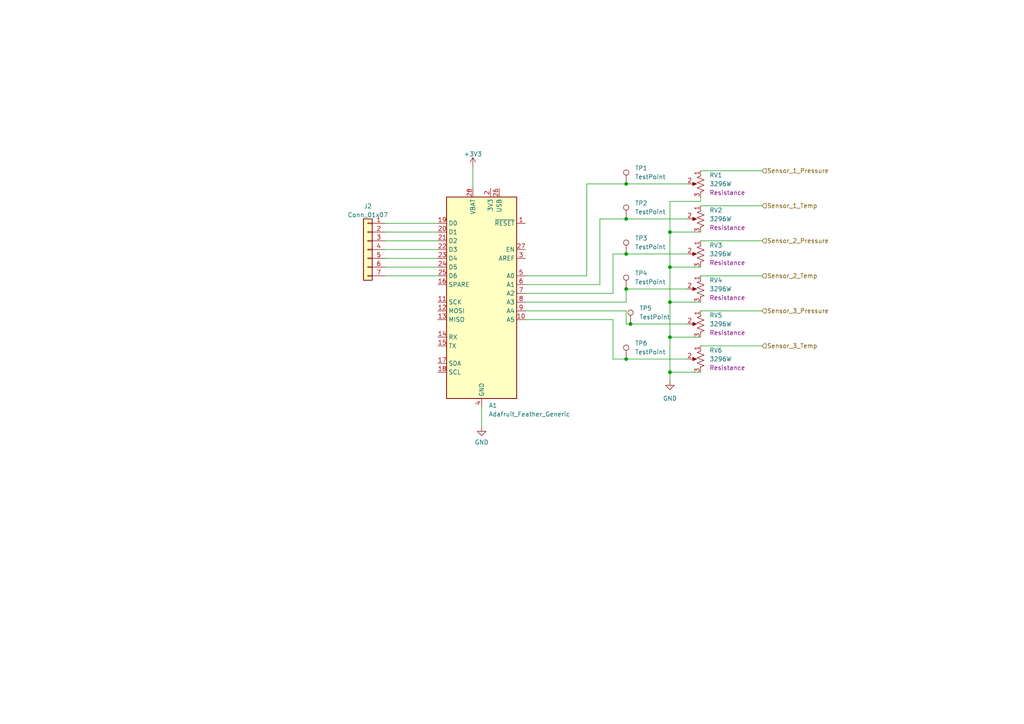
<source format=kicad_sch>
(kicad_sch (version 20211123) (generator eeschema)

  (uuid 4c9c7df5-66fe-4682-8ad6-086bd6fa2788)

  (paper "A4")

  (lib_symbols
    (symbol "Connector:TestPoint" (pin_numbers hide) (pin_names (offset 0.762) hide) (in_bom yes) (on_board yes)
      (property "Reference" "TP" (id 0) (at 0 6.858 0)
        (effects (font (size 1.27 1.27)))
      )
      (property "Value" "TestPoint" (id 1) (at 0 5.08 0)
        (effects (font (size 1.27 1.27)))
      )
      (property "Footprint" "" (id 2) (at 5.08 0 0)
        (effects (font (size 1.27 1.27)) hide)
      )
      (property "Datasheet" "~" (id 3) (at 5.08 0 0)
        (effects (font (size 1.27 1.27)) hide)
      )
      (property "ki_keywords" "test point tp" (id 4) (at 0 0 0)
        (effects (font (size 1.27 1.27)) hide)
      )
      (property "ki_description" "test point" (id 5) (at 0 0 0)
        (effects (font (size 1.27 1.27)) hide)
      )
      (property "ki_fp_filters" "Pin* Test*" (id 6) (at 0 0 0)
        (effects (font (size 1.27 1.27)) hide)
      )
      (symbol "TestPoint_0_1"
        (circle (center 0 3.302) (radius 0.762)
          (stroke (width 0) (type default) (color 0 0 0 0))
          (fill (type none))
        )
      )
      (symbol "TestPoint_1_1"
        (pin passive line (at 0 0 90) (length 2.54)
          (name "1" (effects (font (size 1.27 1.27))))
          (number "1" (effects (font (size 1.27 1.27))))
        )
      )
    )
    (symbol "Connector_Generic:Conn_01x07" (pin_names (offset 1.016) hide) (in_bom yes) (on_board yes)
      (property "Reference" "J" (id 0) (at 0 10.16 0)
        (effects (font (size 1.27 1.27)))
      )
      (property "Value" "Conn_01x07" (id 1) (at 0 -10.16 0)
        (effects (font (size 1.27 1.27)))
      )
      (property "Footprint" "" (id 2) (at 0 0 0)
        (effects (font (size 1.27 1.27)) hide)
      )
      (property "Datasheet" "~" (id 3) (at 0 0 0)
        (effects (font (size 1.27 1.27)) hide)
      )
      (property "ki_keywords" "connector" (id 4) (at 0 0 0)
        (effects (font (size 1.27 1.27)) hide)
      )
      (property "ki_description" "Generic connector, single row, 01x07, script generated (kicad-library-utils/schlib/autogen/connector/)" (id 5) (at 0 0 0)
        (effects (font (size 1.27 1.27)) hide)
      )
      (property "ki_fp_filters" "Connector*:*_1x??_*" (id 6) (at 0 0 0)
        (effects (font (size 1.27 1.27)) hide)
      )
      (symbol "Conn_01x07_1_1"
        (rectangle (start -1.27 -7.493) (end 0 -7.747)
          (stroke (width 0.1524) (type default) (color 0 0 0 0))
          (fill (type none))
        )
        (rectangle (start -1.27 -4.953) (end 0 -5.207)
          (stroke (width 0.1524) (type default) (color 0 0 0 0))
          (fill (type none))
        )
        (rectangle (start -1.27 -2.413) (end 0 -2.667)
          (stroke (width 0.1524) (type default) (color 0 0 0 0))
          (fill (type none))
        )
        (rectangle (start -1.27 0.127) (end 0 -0.127)
          (stroke (width 0.1524) (type default) (color 0 0 0 0))
          (fill (type none))
        )
        (rectangle (start -1.27 2.667) (end 0 2.413)
          (stroke (width 0.1524) (type default) (color 0 0 0 0))
          (fill (type none))
        )
        (rectangle (start -1.27 5.207) (end 0 4.953)
          (stroke (width 0.1524) (type default) (color 0 0 0 0))
          (fill (type none))
        )
        (rectangle (start -1.27 7.747) (end 0 7.493)
          (stroke (width 0.1524) (type default) (color 0 0 0 0))
          (fill (type none))
        )
        (rectangle (start -1.27 8.89) (end 1.27 -8.89)
          (stroke (width 0.254) (type default) (color 0 0 0 0))
          (fill (type background))
        )
        (pin passive line (at -5.08 7.62 0) (length 3.81)
          (name "Pin_1" (effects (font (size 1.27 1.27))))
          (number "1" (effects (font (size 1.27 1.27))))
        )
        (pin passive line (at -5.08 5.08 0) (length 3.81)
          (name "Pin_2" (effects (font (size 1.27 1.27))))
          (number "2" (effects (font (size 1.27 1.27))))
        )
        (pin passive line (at -5.08 2.54 0) (length 3.81)
          (name "Pin_3" (effects (font (size 1.27 1.27))))
          (number "3" (effects (font (size 1.27 1.27))))
        )
        (pin passive line (at -5.08 0 0) (length 3.81)
          (name "Pin_4" (effects (font (size 1.27 1.27))))
          (number "4" (effects (font (size 1.27 1.27))))
        )
        (pin passive line (at -5.08 -2.54 0) (length 3.81)
          (name "Pin_5" (effects (font (size 1.27 1.27))))
          (number "5" (effects (font (size 1.27 1.27))))
        )
        (pin passive line (at -5.08 -5.08 0) (length 3.81)
          (name "Pin_6" (effects (font (size 1.27 1.27))))
          (number "6" (effects (font (size 1.27 1.27))))
        )
        (pin passive line (at -5.08 -7.62 0) (length 3.81)
          (name "Pin_7" (effects (font (size 1.27 1.27))))
          (number "7" (effects (font (size 1.27 1.27))))
        )
      )
    )
    (symbol "MCU_Module:Adafruit_Feather_Generic" (in_bom yes) (on_board yes)
      (property "Reference" "A" (id 0) (at -10.16 29.21 0)
        (effects (font (size 1.27 1.27)) (justify left))
      )
      (property "Value" "Adafruit_Feather_Generic" (id 1) (at 2.54 -31.75 0)
        (effects (font (size 1.27 1.27)) (justify left))
      )
      (property "Footprint" "Module:Adafruit_Feather" (id 2) (at 2.54 -34.29 0)
        (effects (font (size 1.27 1.27)) (justify left) hide)
      )
      (property "Datasheet" "https://cdn-learn.adafruit.com/downloads/pdf/adafruit-feather.pdf" (id 3) (at 0 -20.32 0)
        (effects (font (size 1.27 1.27)) hide)
      )
      (property "ki_keywords" "Adafruit feather microcontroller module" (id 4) (at 0 0 0)
        (effects (font (size 1.27 1.27)) hide)
      )
      (property "ki_description" "Microcontroller module in various flavor, generic symbol" (id 5) (at 0 0 0)
        (effects (font (size 1.27 1.27)) hide)
      )
      (property "ki_fp_filters" "Adafruit*Feather*" (id 6) (at 0 0 0)
        (effects (font (size 1.27 1.27)) hide)
      )
      (symbol "Adafruit_Feather_Generic_0_1"
        (rectangle (start -10.16 27.94) (end 10.16 -30.48)
          (stroke (width 0.254) (type default) (color 0 0 0 0))
          (fill (type background))
        )
      )
      (symbol "Adafruit_Feather_Generic_1_1"
        (pin input line (at 12.7 20.32 180) (length 2.54)
          (name "~{RESET}" (effects (font (size 1.27 1.27))))
          (number "1" (effects (font (size 1.27 1.27))))
        )
        (pin bidirectional line (at 12.7 -7.62 180) (length 2.54)
          (name "A5" (effects (font (size 1.27 1.27))))
          (number "10" (effects (font (size 1.27 1.27))))
        )
        (pin bidirectional line (at -12.7 -2.54 0) (length 2.54)
          (name "SCK" (effects (font (size 1.27 1.27))))
          (number "11" (effects (font (size 1.27 1.27))))
        )
        (pin bidirectional line (at -12.7 -5.08 0) (length 2.54)
          (name "MOSI" (effects (font (size 1.27 1.27))))
          (number "12" (effects (font (size 1.27 1.27))))
        )
        (pin bidirectional line (at -12.7 -7.62 0) (length 2.54)
          (name "MISO" (effects (font (size 1.27 1.27))))
          (number "13" (effects (font (size 1.27 1.27))))
        )
        (pin bidirectional line (at -12.7 -12.7 0) (length 2.54)
          (name "RX" (effects (font (size 1.27 1.27))))
          (number "14" (effects (font (size 1.27 1.27))))
        )
        (pin bidirectional line (at -12.7 -15.24 0) (length 2.54)
          (name "TX" (effects (font (size 1.27 1.27))))
          (number "15" (effects (font (size 1.27 1.27))))
        )
        (pin bidirectional line (at -12.7 2.54 0) (length 2.54)
          (name "SPARE" (effects (font (size 1.27 1.27))))
          (number "16" (effects (font (size 1.27 1.27))))
        )
        (pin bidirectional line (at -12.7 -20.32 0) (length 2.54)
          (name "SDA" (effects (font (size 1.27 1.27))))
          (number "17" (effects (font (size 1.27 1.27))))
        )
        (pin bidirectional line (at -12.7 -22.86 0) (length 2.54)
          (name "SCL" (effects (font (size 1.27 1.27))))
          (number "18" (effects (font (size 1.27 1.27))))
        )
        (pin bidirectional line (at -12.7 20.32 0) (length 2.54)
          (name "D0" (effects (font (size 1.27 1.27))))
          (number "19" (effects (font (size 1.27 1.27))))
        )
        (pin power_in line (at 2.54 30.48 270) (length 2.54)
          (name "3V3" (effects (font (size 1.27 1.27))))
          (number "2" (effects (font (size 1.27 1.27))))
        )
        (pin bidirectional line (at -12.7 17.78 0) (length 2.54)
          (name "D1" (effects (font (size 1.27 1.27))))
          (number "20" (effects (font (size 1.27 1.27))))
        )
        (pin bidirectional line (at -12.7 15.24 0) (length 2.54)
          (name "D2" (effects (font (size 1.27 1.27))))
          (number "21" (effects (font (size 1.27 1.27))))
        )
        (pin bidirectional line (at -12.7 12.7 0) (length 2.54)
          (name "D3" (effects (font (size 1.27 1.27))))
          (number "22" (effects (font (size 1.27 1.27))))
        )
        (pin bidirectional line (at -12.7 10.16 0) (length 2.54)
          (name "D4" (effects (font (size 1.27 1.27))))
          (number "23" (effects (font (size 1.27 1.27))))
        )
        (pin bidirectional line (at -12.7 7.62 0) (length 2.54)
          (name "D5" (effects (font (size 1.27 1.27))))
          (number "24" (effects (font (size 1.27 1.27))))
        )
        (pin bidirectional line (at -12.7 5.08 0) (length 2.54)
          (name "D6" (effects (font (size 1.27 1.27))))
          (number "25" (effects (font (size 1.27 1.27))))
        )
        (pin power_in line (at 5.08 30.48 270) (length 2.54)
          (name "USB" (effects (font (size 1.27 1.27))))
          (number "26" (effects (font (size 1.27 1.27))))
        )
        (pin input line (at 12.7 12.7 180) (length 2.54)
          (name "EN" (effects (font (size 1.27 1.27))))
          (number "27" (effects (font (size 1.27 1.27))))
        )
        (pin power_in line (at -2.54 30.48 270) (length 2.54)
          (name "VBAT" (effects (font (size 1.27 1.27))))
          (number "28" (effects (font (size 1.27 1.27))))
        )
        (pin input line (at 12.7 10.16 180) (length 2.54)
          (name "AREF" (effects (font (size 1.27 1.27))))
          (number "3" (effects (font (size 1.27 1.27))))
        )
        (pin power_in line (at 0 -33.02 90) (length 2.54)
          (name "GND" (effects (font (size 1.27 1.27))))
          (number "4" (effects (font (size 1.27 1.27))))
        )
        (pin bidirectional line (at 12.7 5.08 180) (length 2.54)
          (name "A0" (effects (font (size 1.27 1.27))))
          (number "5" (effects (font (size 1.27 1.27))))
        )
        (pin bidirectional line (at 12.7 2.54 180) (length 2.54)
          (name "A1" (effects (font (size 1.27 1.27))))
          (number "6" (effects (font (size 1.27 1.27))))
        )
        (pin bidirectional line (at 12.7 0 180) (length 2.54)
          (name "A2" (effects (font (size 1.27 1.27))))
          (number "7" (effects (font (size 1.27 1.27))))
        )
        (pin bidirectional line (at 12.7 -2.54 180) (length 2.54)
          (name "A3" (effects (font (size 1.27 1.27))))
          (number "8" (effects (font (size 1.27 1.27))))
        )
        (pin bidirectional line (at 12.7 -5.08 180) (length 2.54)
          (name "A4" (effects (font (size 1.27 1.27))))
          (number "9" (effects (font (size 1.27 1.27))))
        )
      )
    )
    (symbol "UniSA_Motorsport_Resistor:3296W" (pin_names (offset 1.016) hide) (in_bom yes) (on_board yes)
      (property "Reference" "RV" (id 0) (at -4.445 0 90)
        (effects (font (size 1.27 1.27)))
      )
      (property "Value" "3296W" (id 1) (at -2.54 0 90)
        (effects (font (size 1.27 1.27)))
      )
      (property "Footprint" "UniSA_Motorsport_Resistor:Potentiometer_Bourns_3296W_Vertical" (id 2) (at 0 0 0)
        (effects (font (size 1.27 1.27)) hide)
      )
      (property "Datasheet" "https://au.mouser.com/datasheet/2/54/3296-776415.pdf" (id 3) (at 0 0 0)
        (effects (font (size 1.27 1.27)) hide)
      )
      (property "Component" "3296W-1-103ALF" (id 4) (at 0 0 0)
        (effects (font (size 1.27 1.27)) hide)
      )
      (property "Resistance" "Resistance" (id 5) (at 6.35 0 90)
        (effects (font (size 1.27 1.27)))
      )
      (property "ki_keywords" "resistor variable" (id 6) (at 0 0 0)
        (effects (font (size 1.27 1.27)) hide)
      )
      (property "ki_description" "Potentiometer" (id 7) (at 0 0 0)
        (effects (font (size 1.27 1.27)) hide)
      )
      (property "ki_fp_filters" "Potentiometer*" (id 8) (at 0 0 0)
        (effects (font (size 1.27 1.27)) hide)
      )
      (symbol "3296W_1_1"
        (polyline
          (pts
            (xy 0 -2.286)
            (xy 0 -2.54)
          )
          (stroke (width 0) (type default) (color 0 0 0 0))
          (fill (type none))
        )
        (polyline
          (pts
            (xy 0 2.54)
            (xy 0 2.286)
          )
          (stroke (width 0) (type default) (color 0 0 0 0))
          (fill (type none))
        )
        (polyline
          (pts
            (xy 2.54 0)
            (xy 1.524 0)
          )
          (stroke (width 0) (type default) (color 0 0 0 0))
          (fill (type none))
        )
        (polyline
          (pts
            (xy 1.143 0)
            (xy 2.286 0.508)
            (xy 2.286 -0.508)
            (xy 1.143 0)
          )
          (stroke (width 0) (type default) (color 0 0 0 0))
          (fill (type outline))
        )
        (polyline
          (pts
            (xy 0 -0.762)
            (xy 1.016 -1.143)
            (xy 0 -1.524)
            (xy -1.016 -1.905)
            (xy 0 -2.286)
          )
          (stroke (width 0) (type default) (color 0 0 0 0))
          (fill (type none))
        )
        (polyline
          (pts
            (xy 0 0.762)
            (xy 1.016 0.381)
            (xy 0 0)
            (xy -1.016 -0.381)
            (xy 0 -0.762)
          )
          (stroke (width 0) (type default) (color 0 0 0 0))
          (fill (type none))
        )
        (polyline
          (pts
            (xy 0 2.286)
            (xy 1.016 1.905)
            (xy 0 1.524)
            (xy -1.016 1.143)
            (xy 0 0.762)
          )
          (stroke (width 0) (type default) (color 0 0 0 0))
          (fill (type none))
        )
        (pin passive line (at 0 3.81 270) (length 1.27)
          (name "1" (effects (font (size 1.27 1.27))))
          (number "1" (effects (font (size 1.27 1.27))))
        )
        (pin passive line (at 3.81 0 180) (length 1.27)
          (name "2" (effects (font (size 1.27 1.27))))
          (number "2" (effects (font (size 1.27 1.27))))
        )
        (pin passive line (at 0 -3.81 90) (length 1.27)
          (name "3" (effects (font (size 1.27 1.27))))
          (number "3" (effects (font (size 1.27 1.27))))
        )
      )
    )
    (symbol "power:+3.3V" (power) (pin_names (offset 0)) (in_bom yes) (on_board yes)
      (property "Reference" "#PWR" (id 0) (at 0 -3.81 0)
        (effects (font (size 1.27 1.27)) hide)
      )
      (property "Value" "+3.3V" (id 1) (at 0 3.556 0)
        (effects (font (size 1.27 1.27)))
      )
      (property "Footprint" "" (id 2) (at 0 0 0)
        (effects (font (size 1.27 1.27)) hide)
      )
      (property "Datasheet" "" (id 3) (at 0 0 0)
        (effects (font (size 1.27 1.27)) hide)
      )
      (property "ki_keywords" "power-flag" (id 4) (at 0 0 0)
        (effects (font (size 1.27 1.27)) hide)
      )
      (property "ki_description" "Power symbol creates a global label with name \"+3.3V\"" (id 5) (at 0 0 0)
        (effects (font (size 1.27 1.27)) hide)
      )
      (symbol "+3.3V_0_1"
        (polyline
          (pts
            (xy -0.762 1.27)
            (xy 0 2.54)
          )
          (stroke (width 0) (type default) (color 0 0 0 0))
          (fill (type none))
        )
        (polyline
          (pts
            (xy 0 0)
            (xy 0 2.54)
          )
          (stroke (width 0) (type default) (color 0 0 0 0))
          (fill (type none))
        )
        (polyline
          (pts
            (xy 0 2.54)
            (xy 0.762 1.27)
          )
          (stroke (width 0) (type default) (color 0 0 0 0))
          (fill (type none))
        )
      )
      (symbol "+3.3V_1_1"
        (pin power_in line (at 0 0 90) (length 0) hide
          (name "+3V3" (effects (font (size 1.27 1.27))))
          (number "1" (effects (font (size 1.27 1.27))))
        )
      )
    )
    (symbol "power:GND" (power) (pin_names (offset 0)) (in_bom yes) (on_board yes)
      (property "Reference" "#PWR" (id 0) (at 0 -6.35 0)
        (effects (font (size 1.27 1.27)) hide)
      )
      (property "Value" "GND" (id 1) (at 0 -3.81 0)
        (effects (font (size 1.27 1.27)))
      )
      (property "Footprint" "" (id 2) (at 0 0 0)
        (effects (font (size 1.27 1.27)) hide)
      )
      (property "Datasheet" "" (id 3) (at 0 0 0)
        (effects (font (size 1.27 1.27)) hide)
      )
      (property "ki_keywords" "power-flag" (id 4) (at 0 0 0)
        (effects (font (size 1.27 1.27)) hide)
      )
      (property "ki_description" "Power symbol creates a global label with name \"GND\" , ground" (id 5) (at 0 0 0)
        (effects (font (size 1.27 1.27)) hide)
      )
      (symbol "GND_0_1"
        (polyline
          (pts
            (xy 0 0)
            (xy 0 -1.27)
            (xy 1.27 -1.27)
            (xy 0 -2.54)
            (xy -1.27 -1.27)
            (xy 0 -1.27)
          )
          (stroke (width 0) (type default) (color 0 0 0 0))
          (fill (type none))
        )
      )
      (symbol "GND_1_1"
        (pin power_in line (at 0 0 270) (length 0) hide
          (name "GND" (effects (font (size 1.27 1.27))))
          (number "1" (effects (font (size 1.27 1.27))))
        )
      )
    )
  )

  (junction (at 194.31 77.47) (diameter 0) (color 0 0 0 0)
    (uuid 2034d1b2-87b8-426b-bbb3-d5280fa13ba4)
  )
  (junction (at 181.61 63.5) (diameter 0) (color 0 0 0 0)
    (uuid 23ddbb25-f90e-44ad-991d-76afedfb7836)
  )
  (junction (at 181.61 73.66) (diameter 0) (color 0 0 0 0)
    (uuid 3626f6c8-e740-487b-8ae0-8a395bd07250)
  )
  (junction (at 181.61 53.34) (diameter 0) (color 0 0 0 0)
    (uuid 3ebeffea-ac4e-4444-b010-10ba85757ce1)
  )
  (junction (at 182.88 93.98) (diameter 0) (color 0 0 0 0)
    (uuid 5db4a77e-ec57-497d-8350-10d09714976a)
  )
  (junction (at 194.31 67.31) (diameter 0) (color 0 0 0 0)
    (uuid 5e135464-45e5-4e54-a598-845ff9e1d9b2)
  )
  (junction (at 181.61 83.82) (diameter 0) (color 0 0 0 0)
    (uuid 9224900c-53e9-4d93-820b-663947e6bb5a)
  )
  (junction (at 181.61 104.14) (diameter 0) (color 0 0 0 0)
    (uuid a90b29c6-ac05-4c85-b241-8394f5036991)
  )
  (junction (at 194.31 97.79) (diameter 0) (color 0 0 0 0)
    (uuid b98771f5-8c9a-4fe3-8854-d24478ab2b24)
  )
  (junction (at 194.31 107.95) (diameter 0) (color 0 0 0 0)
    (uuid c44eb287-6bd2-4bf9-85af-f67cc95d03f4)
  )
  (junction (at 194.31 87.63) (diameter 0) (color 0 0 0 0)
    (uuid fecfbd87-8203-48f1-892c-6692d7f10594)
  )

  (wire (pts (xy 177.8 104.14) (xy 177.8 92.71))
    (stroke (width 0) (type default) (color 0 0 0 0))
    (uuid 002a2fc7-cff5-42a4-8021-bbdc1195318a)
  )
  (wire (pts (xy 152.4 90.17) (xy 181.61 90.17))
    (stroke (width 0) (type default) (color 0 0 0 0))
    (uuid 12d133ef-717c-4bf5-ab54-f5e44d3595ac)
  )
  (wire (pts (xy 203.2 80.01) (xy 220.98 80.01))
    (stroke (width 0) (type default) (color 0 0 0 0))
    (uuid 1452583f-7ec5-4587-9e5c-c3e5ae6ab517)
  )
  (wire (pts (xy 181.61 63.5) (xy 173.99 63.5))
    (stroke (width 0) (type default) (color 0 0 0 0))
    (uuid 1809786c-bb1f-4256-882f-d6364e8981ee)
  )
  (wire (pts (xy 139.7 118.11) (xy 139.7 123.825))
    (stroke (width 0) (type default) (color 0 0 0 0))
    (uuid 1e2c6d89-2374-4de0-96a7-aa4724031915)
  )
  (wire (pts (xy 203.2 49.53) (xy 220.98 49.53))
    (stroke (width 0) (type default) (color 0 0 0 0))
    (uuid 202a0193-376b-412a-9a65-c53ff34e298c)
  )
  (wire (pts (xy 194.31 77.47) (xy 203.2 77.47))
    (stroke (width 0) (type default) (color 0 0 0 0))
    (uuid 24a3f3cf-c4d8-45ed-a086-e6270c60ae08)
  )
  (wire (pts (xy 203.2 69.85) (xy 220.98 69.85))
    (stroke (width 0) (type default) (color 0 0 0 0))
    (uuid 288a45c4-d39a-4384-9250-29cc2e1fe033)
  )
  (wire (pts (xy 194.31 87.63) (xy 194.31 97.79))
    (stroke (width 0) (type default) (color 0 0 0 0))
    (uuid 2c52d31b-758d-410d-b8c7-9a8b689d5d9c)
  )
  (wire (pts (xy 203.2 100.33) (xy 220.98 100.33))
    (stroke (width 0) (type default) (color 0 0 0 0))
    (uuid 3054ae7c-5626-40fe-a47a-ff93dbdcb923)
  )
  (wire (pts (xy 203.2 58.42) (xy 194.31 58.42))
    (stroke (width 0) (type default) (color 0 0 0 0))
    (uuid 30623cb5-7790-4064-ab82-e5fd2fa1aaeb)
  )
  (wire (pts (xy 199.39 104.14) (xy 181.61 104.14))
    (stroke (width 0) (type default) (color 0 0 0 0))
    (uuid 3cec5c4d-6818-4755-b9fc-eba38ce13e94)
  )
  (wire (pts (xy 199.39 63.5) (xy 181.61 63.5))
    (stroke (width 0) (type default) (color 0 0 0 0))
    (uuid 448fe7e1-b60d-450f-91e0-e7933e9457d0)
  )
  (wire (pts (xy 152.4 80.01) (xy 170.18 80.01))
    (stroke (width 0) (type default) (color 0 0 0 0))
    (uuid 4b3f883f-d80b-4406-8360-870a1db030ea)
  )
  (wire (pts (xy 177.8 92.71) (xy 152.4 92.71))
    (stroke (width 0) (type default) (color 0 0 0 0))
    (uuid 4b92bb23-bad5-4168-a313-02e578524da2)
  )
  (wire (pts (xy 111.76 67.31) (xy 127 67.31))
    (stroke (width 0) (type default) (color 0 0 0 0))
    (uuid 5a94d84d-441d-404b-b438-bc0c52abc8e8)
  )
  (wire (pts (xy 194.31 77.47) (xy 194.31 87.63))
    (stroke (width 0) (type default) (color 0 0 0 0))
    (uuid 64243627-d470-4fde-bd7a-dd33d8a19d87)
  )
  (wire (pts (xy 173.99 63.5) (xy 173.99 82.55))
    (stroke (width 0) (type default) (color 0 0 0 0))
    (uuid 69a8e328-9269-43a9-8517-a82513912904)
  )
  (wire (pts (xy 194.31 97.79) (xy 194.31 107.95))
    (stroke (width 0) (type default) (color 0 0 0 0))
    (uuid 6ccf6b42-08f8-4e37-ba8e-226429a83c7d)
  )
  (wire (pts (xy 182.88 93.98) (xy 199.39 93.98))
    (stroke (width 0) (type default) (color 0 0 0 0))
    (uuid 7333bd66-671b-4aba-9100-a025fb4e253a)
  )
  (wire (pts (xy 173.99 82.55) (xy 152.4 82.55))
    (stroke (width 0) (type default) (color 0 0 0 0))
    (uuid 7e7a2d68-5df5-428c-8959-ea1e8580361a)
  )
  (wire (pts (xy 181.61 83.82) (xy 181.61 87.63))
    (stroke (width 0) (type default) (color 0 0 0 0))
    (uuid 7f00e3c5-539f-4c0b-803e-9b447fe49814)
  )
  (wire (pts (xy 194.31 58.42) (xy 194.31 67.31))
    (stroke (width 0) (type default) (color 0 0 0 0))
    (uuid 87ae265e-c6a5-48e9-9e59-3fff7e929207)
  )
  (wire (pts (xy 137.16 48.26) (xy 137.16 54.61))
    (stroke (width 0) (type default) (color 0 0 0 0))
    (uuid 92b190e0-492d-49a2-be30-7f537925d0bb)
  )
  (wire (pts (xy 111.76 72.39) (xy 127 72.39))
    (stroke (width 0) (type default) (color 0 0 0 0))
    (uuid 94d40abe-1000-459f-ae82-65bcbeb3e3ce)
  )
  (wire (pts (xy 181.61 93.98) (xy 182.88 93.98))
    (stroke (width 0) (type default) (color 0 0 0 0))
    (uuid 977dd115-7fdc-4167-b733-d7be1ecab7fb)
  )
  (wire (pts (xy 111.76 64.77) (xy 127 64.77))
    (stroke (width 0) (type default) (color 0 0 0 0))
    (uuid 9bfc5b0d-0daa-4d53-80b8-253dc775ecd8)
  )
  (wire (pts (xy 152.4 85.09) (xy 177.8 85.09))
    (stroke (width 0) (type default) (color 0 0 0 0))
    (uuid 9c12bcd9-41d7-4f2f-8858-ac6ef410966b)
  )
  (wire (pts (xy 181.61 90.17) (xy 181.61 93.98))
    (stroke (width 0) (type default) (color 0 0 0 0))
    (uuid 9f9928bb-1357-40d2-835c-b66eb8e024cf)
  )
  (wire (pts (xy 170.18 80.01) (xy 170.18 53.34))
    (stroke (width 0) (type default) (color 0 0 0 0))
    (uuid 9fab184b-271b-4390-8cf4-0f026717fbf1)
  )
  (wire (pts (xy 194.31 107.95) (xy 203.2 107.95))
    (stroke (width 0) (type default) (color 0 0 0 0))
    (uuid 9ff5fe75-21ba-464a-8fed-daf3098f58e6)
  )
  (wire (pts (xy 111.76 77.47) (xy 127 77.47))
    (stroke (width 0) (type default) (color 0 0 0 0))
    (uuid a2e0f9df-58a4-4d5c-91a4-2846fd0cac30)
  )
  (wire (pts (xy 111.76 80.01) (xy 127 80.01))
    (stroke (width 0) (type default) (color 0 0 0 0))
    (uuid afd64036-650e-4e83-ad07-d8c1ba939790)
  )
  (wire (pts (xy 170.18 53.34) (xy 181.61 53.34))
    (stroke (width 0) (type default) (color 0 0 0 0))
    (uuid b00e57bb-0b46-415a-8438-bb230b211be6)
  )
  (wire (pts (xy 194.31 107.95) (xy 194.31 110.49))
    (stroke (width 0) (type default) (color 0 0 0 0))
    (uuid b01b5c84-ebee-4608-94dd-88a2cdbae90a)
  )
  (wire (pts (xy 177.8 85.09) (xy 177.8 73.66))
    (stroke (width 0) (type default) (color 0 0 0 0))
    (uuid b57265c1-06d0-484e-a8c7-f42703a7ab8b)
  )
  (wire (pts (xy 177.8 73.66) (xy 181.61 73.66))
    (stroke (width 0) (type default) (color 0 0 0 0))
    (uuid b5df6a0c-a338-4c79-ab06-a7e96f97ae17)
  )
  (wire (pts (xy 203.2 90.17) (xy 220.98 90.17))
    (stroke (width 0) (type default) (color 0 0 0 0))
    (uuid bd165068-0c2b-49db-8eb7-5da8c25ac833)
  )
  (wire (pts (xy 199.39 83.82) (xy 181.61 83.82))
    (stroke (width 0) (type default) (color 0 0 0 0))
    (uuid bd1e4913-9fae-4f5d-8bbe-daf952461bfb)
  )
  (wire (pts (xy 111.76 74.93) (xy 127 74.93))
    (stroke (width 0) (type default) (color 0 0 0 0))
    (uuid be53f90d-9f3e-4837-a2cc-a6d7ddd99615)
  )
  (wire (pts (xy 181.61 104.14) (xy 177.8 104.14))
    (stroke (width 0) (type default) (color 0 0 0 0))
    (uuid d35a65e8-04f2-4946-9718-824228b0ac7c)
  )
  (wire (pts (xy 181.61 87.63) (xy 152.4 87.63))
    (stroke (width 0) (type default) (color 0 0 0 0))
    (uuid d5d8901f-9f5e-4e2f-b05e-da481cf1d7be)
  )
  (wire (pts (xy 194.31 87.63) (xy 203.2 87.63))
    (stroke (width 0) (type default) (color 0 0 0 0))
    (uuid d7de8667-109a-40f7-a9f3-6f0fc23473b5)
  )
  (wire (pts (xy 203.2 59.69) (xy 220.98 59.69))
    (stroke (width 0) (type default) (color 0 0 0 0))
    (uuid d89c2dcc-e748-417f-b67e-352c9ca534b4)
  )
  (wire (pts (xy 111.76 69.85) (xy 127 69.85))
    (stroke (width 0) (type default) (color 0 0 0 0))
    (uuid e7518f46-4f9b-4624-aa3d-80547397aab0)
  )
  (wire (pts (xy 181.61 73.66) (xy 199.39 73.66))
    (stroke (width 0) (type default) (color 0 0 0 0))
    (uuid ebe0845c-b505-4c1b-b706-cb75257f3ca9)
  )
  (wire (pts (xy 194.31 97.79) (xy 203.2 97.79))
    (stroke (width 0) (type default) (color 0 0 0 0))
    (uuid f7569401-097f-4423-8a7f-ca4db9cc3c28)
  )
  (wire (pts (xy 194.31 67.31) (xy 203.2 67.31))
    (stroke (width 0) (type default) (color 0 0 0 0))
    (uuid f91e94d6-7ea4-48a0-be08-e94280b0a851)
  )
  (wire (pts (xy 181.61 53.34) (xy 199.39 53.34))
    (stroke (width 0) (type default) (color 0 0 0 0))
    (uuid f956d973-d0b0-436a-a6be-f13a7eff5ff2)
  )
  (wire (pts (xy 203.2 57.15) (xy 203.2 58.42))
    (stroke (width 0) (type default) (color 0 0 0 0))
    (uuid fe9fad42-b6ce-44c9-8b81-a977bf88953a)
  )
  (wire (pts (xy 194.31 67.31) (xy 194.31 77.47))
    (stroke (width 0) (type default) (color 0 0 0 0))
    (uuid ff4897dc-5951-4a9a-aa03-bc8c76cfe16d)
  )

  (hierarchical_label "Sensor_2_Temp" (shape input) (at 220.98 80.01 0)
    (effects (font (size 1.27 1.27)) (justify left))
    (uuid 226032d4-11a7-4200-8354-612110cf6aa1)
  )
  (hierarchical_label "Sensor_1_Temp" (shape input) (at 220.98 59.69 0)
    (effects (font (size 1.27 1.27)) (justify left))
    (uuid 36dce706-ab1b-42f7-a833-ebd0609aa40b)
  )
  (hierarchical_label "Sensor_2_Pressure" (shape input) (at 220.98 69.85 0)
    (effects (font (size 1.27 1.27)) (justify left))
    (uuid 6457d047-786d-4db3-aa0f-b42f9b1518c4)
  )
  (hierarchical_label "Sensor_3_Temp" (shape input) (at 220.98 100.33 0)
    (effects (font (size 1.27 1.27)) (justify left))
    (uuid bdca8a4e-d4de-416b-a81a-764b007da6dc)
  )
  (hierarchical_label "Sensor_1_Pressure" (shape input) (at 220.98 49.53 0)
    (effects (font (size 1.27 1.27)) (justify left))
    (uuid d27d6ace-fcb4-4770-8953-5fa310044aa9)
  )
  (hierarchical_label "Sensor_3_Pressure" (shape input) (at 220.98 90.17 0)
    (effects (font (size 1.27 1.27)) (justify left))
    (uuid e450f941-4e15-4496-ba15-786a5c08779e)
  )

  (symbol (lib_id "UniSA_Motorsport_Resistor:3296W") (at 203.2 83.82 0) (mirror y) (unit 1)
    (in_bom yes) (on_board yes) (fields_autoplaced)
    (uuid 0e7ddac4-03e6-4e9d-b08f-53b16ab61663)
    (property "Reference" "RV4" (id 0) (at 205.74 81.2799 0)
      (effects (font (size 1.27 1.27)) (justify right))
    )
    (property "Value" "3296W" (id 1) (at 205.74 83.8199 0)
      (effects (font (size 1.27 1.27)) (justify right))
    )
    (property "Footprint" "UniSA_Motorsport_Resistor:Potentiometer_Bourns_3296W_Vertical" (id 2) (at 203.2 83.82 0)
      (effects (font (size 1.27 1.27)) hide)
    )
    (property "Datasheet" "https://au.mouser.com/datasheet/2/54/3296-776415.pdf" (id 3) (at 203.2 83.82 0)
      (effects (font (size 1.27 1.27)) hide)
    )
    (property "Component" "3296W-1-103ALF" (id 4) (at 203.2 83.82 0)
      (effects (font (size 1.27 1.27)) hide)
    )
    (property "Resistance" "Resistance" (id 5) (at 205.74 86.3599 0)
      (effects (font (size 1.27 1.27)) (justify right))
    )
    (pin "1" (uuid b37cc908-57ce-4fa8-a111-fc0d9b1686d4))
    (pin "2" (uuid 7777a042-aed5-4d94-93a1-0e6b51d1bd79))
    (pin "3" (uuid 64f35790-a20d-440c-9c5a-bb84e50c7533))
  )

  (symbol (lib_id "Connector:TestPoint") (at 181.61 104.14 0) (unit 1)
    (in_bom yes) (on_board yes) (fields_autoplaced)
    (uuid 1ba91748-c2b6-4e2b-be90-3f3030369059)
    (property "Reference" "TP6" (id 0) (at 184.15 99.5679 0)
      (effects (font (size 1.27 1.27)) (justify left))
    )
    (property "Value" "TestPoint" (id 1) (at 184.15 102.1079 0)
      (effects (font (size 1.27 1.27)) (justify left))
    )
    (property "Footprint" "TestPoint:TestPoint_Loop_D2.50mm_Drill1.0mm" (id 2) (at 186.69 104.14 0)
      (effects (font (size 1.27 1.27)) hide)
    )
    (property "Datasheet" "~" (id 3) (at 186.69 104.14 0)
      (effects (font (size 1.27 1.27)) hide)
    )
    (pin "1" (uuid fc0a9125-4e08-412a-b2da-be854f90634b))
  )

  (symbol (lib_id "UniSA_Motorsport_Resistor:3296W") (at 203.2 53.34 0) (mirror y) (unit 1)
    (in_bom yes) (on_board yes) (fields_autoplaced)
    (uuid 2d35e9ab-6d79-4d51-a4ea-562c1757c4f1)
    (property "Reference" "RV1" (id 0) (at 205.74 50.7999 0)
      (effects (font (size 1.27 1.27)) (justify right))
    )
    (property "Value" "3296W" (id 1) (at 205.74 53.3399 0)
      (effects (font (size 1.27 1.27)) (justify right))
    )
    (property "Footprint" "UniSA_Motorsport_Resistor:Potentiometer_Bourns_3296W_Vertical" (id 2) (at 203.2 53.34 0)
      (effects (font (size 1.27 1.27)) hide)
    )
    (property "Datasheet" "https://au.mouser.com/datasheet/2/54/3296-776415.pdf" (id 3) (at 203.2 53.34 0)
      (effects (font (size 1.27 1.27)) hide)
    )
    (property "Component" "3296W-1-103ALF" (id 4) (at 203.2 53.34 0)
      (effects (font (size 1.27 1.27)) hide)
    )
    (property "Resistance" "Resistance" (id 5) (at 205.74 55.8799 0)
      (effects (font (size 1.27 1.27)) (justify right))
    )
    (pin "1" (uuid aee3f2c7-390b-4a6a-9df6-08b4483e5a58))
    (pin "2" (uuid 40449b64-7839-4c10-b745-cc230004f15b))
    (pin "3" (uuid 90a3c24c-3e49-4ba1-afc6-87654be85708))
  )

  (symbol (lib_id "Connector:TestPoint") (at 181.61 53.34 0) (unit 1)
    (in_bom yes) (on_board yes) (fields_autoplaced)
    (uuid 4c45a94c-e51f-4b25-a983-e8f8d1b2e06c)
    (property "Reference" "TP1" (id 0) (at 184.15 48.7679 0)
      (effects (font (size 1.27 1.27)) (justify left))
    )
    (property "Value" "TestPoint" (id 1) (at 184.15 51.3079 0)
      (effects (font (size 1.27 1.27)) (justify left))
    )
    (property "Footprint" "TestPoint:TestPoint_Loop_D2.50mm_Drill1.0mm" (id 2) (at 186.69 53.34 0)
      (effects (font (size 1.27 1.27)) hide)
    )
    (property "Datasheet" "~" (id 3) (at 186.69 53.34 0)
      (effects (font (size 1.27 1.27)) hide)
    )
    (pin "1" (uuid 85b70f3e-f8a5-4094-aa2b-32543a0be9f3))
  )

  (symbol (lib_id "UniSA_Motorsport_Resistor:3296W") (at 203.2 63.5 0) (mirror y) (unit 1)
    (in_bom yes) (on_board yes) (fields_autoplaced)
    (uuid 78772366-51e5-4a88-9d2f-a26d923f3747)
    (property "Reference" "RV2" (id 0) (at 205.74 60.9599 0)
      (effects (font (size 1.27 1.27)) (justify right))
    )
    (property "Value" "3296W" (id 1) (at 205.74 63.4999 0)
      (effects (font (size 1.27 1.27)) (justify right))
    )
    (property "Footprint" "UniSA_Motorsport_Resistor:Potentiometer_Bourns_3296W_Vertical" (id 2) (at 203.2 63.5 0)
      (effects (font (size 1.27 1.27)) hide)
    )
    (property "Datasheet" "https://au.mouser.com/datasheet/2/54/3296-776415.pdf" (id 3) (at 203.2 63.5 0)
      (effects (font (size 1.27 1.27)) hide)
    )
    (property "Component" "3296W-1-103ALF" (id 4) (at 203.2 63.5 0)
      (effects (font (size 1.27 1.27)) hide)
    )
    (property "Resistance" "Resistance" (id 5) (at 205.74 66.0399 0)
      (effects (font (size 1.27 1.27)) (justify right))
    )
    (pin "1" (uuid 423e0636-f7ac-49c9-93ce-3c6b5a0fd84c))
    (pin "2" (uuid 261e4750-2926-4d7e-a651-51666682124d))
    (pin "3" (uuid e2cd1923-223b-44bf-a3a7-399cea839680))
  )

  (symbol (lib_id "MCU_Module:Adafruit_Feather_Generic") (at 139.7 85.09 0) (unit 1)
    (in_bom yes) (on_board yes) (fields_autoplaced)
    (uuid 7eb44b2c-7b21-4366-ad16-e9ac64b6e529)
    (property "Reference" "A1" (id 0) (at 141.7194 117.6004 0)
      (effects (font (size 1.27 1.27)) (justify left))
    )
    (property "Value" "Adafruit_Feather_Generic" (id 1) (at 141.7194 120.1373 0)
      (effects (font (size 1.27 1.27)) (justify left))
    )
    (property "Footprint" "Module:Adafruit_Feather" (id 2) (at 142.24 119.38 0)
      (effects (font (size 1.27 1.27)) (justify left) hide)
    )
    (property "Datasheet" "https://cdn-learn.adafruit.com/downloads/pdf/adafruit-feather.pdf" (id 3) (at 139.7 105.41 0)
      (effects (font (size 1.27 1.27)) hide)
    )
    (pin "1" (uuid 95637e94-e092-4362-8661-1cd75be3312f))
    (pin "10" (uuid 390d6946-531b-45bb-94de-62a9e7bdd74a))
    (pin "11" (uuid 617e1d17-034b-4928-9339-2ea196334bb6))
    (pin "12" (uuid 6ce3afee-3322-4cfc-9829-723147b0172d))
    (pin "13" (uuid 6c1de7ed-a81c-4c3a-a7c4-be72a9445a8e))
    (pin "14" (uuid fbe94f85-ea49-424b-b63c-64f9f8eb645c))
    (pin "15" (uuid d365489b-a12e-4b41-9b21-3eb8fccd8608))
    (pin "16" (uuid 5853b38a-2e89-4e42-9f73-a33fe4e7cbb1))
    (pin "17" (uuid 29b42d00-3e10-4293-8bb3-734ef456420f))
    (pin "18" (uuid 223c3b35-d343-4151-907f-1b9e516aa692))
    (pin "19" (uuid 6d0dbb33-d602-467a-98d7-790ea1975254))
    (pin "2" (uuid 1ad94801-83da-4708-a00e-8ec937c14e4e))
    (pin "20" (uuid 930ce4ec-4875-40ba-9f56-f0f973f7b39b))
    (pin "21" (uuid b0bcfef4-b206-452e-922a-e4174969def9))
    (pin "22" (uuid 9cab1247-3fb7-4d26-83c2-ce4e7bf84270))
    (pin "23" (uuid 14e867a8-f744-4b48-b613-80af0c321c17))
    (pin "24" (uuid aced7f34-f150-43c9-a627-c6871319c518))
    (pin "25" (uuid 6ffff3f9-5d72-4204-b4a9-62a57864487a))
    (pin "26" (uuid ad369368-bd6b-4a6d-8919-a2fbd343c126))
    (pin "27" (uuid 302e153a-7881-40fc-9e4e-6be2f8cd167b))
    (pin "28" (uuid fcf18b13-e990-459d-b3fd-2e11e2c99180))
    (pin "3" (uuid f5f8bd2e-6c7a-4880-9b15-586ac726f4d1))
    (pin "4" (uuid 013ff600-e319-4af8-971f-d5f175bdec80))
    (pin "5" (uuid 8e4829b6-1a58-4851-9d1f-d2ce72799299))
    (pin "6" (uuid 7651f4bc-4371-459b-801b-9f08a7b92200))
    (pin "7" (uuid 237f483f-5ce9-42e5-a727-fd654e48672b))
    (pin "8" (uuid 1ecf659e-a1d8-43d6-a831-c8589f9e2a38))
    (pin "9" (uuid bce12caa-d519-464f-8b7c-6fa562be890b))
  )

  (symbol (lib_id "Connector:TestPoint") (at 181.61 63.5 0) (unit 1)
    (in_bom yes) (on_board yes) (fields_autoplaced)
    (uuid 7ed0ebda-cb83-42d9-ad9f-2d79fee0b477)
    (property "Reference" "TP2" (id 0) (at 184.15 58.9279 0)
      (effects (font (size 1.27 1.27)) (justify left))
    )
    (property "Value" "TestPoint" (id 1) (at 184.15 61.4679 0)
      (effects (font (size 1.27 1.27)) (justify left))
    )
    (property "Footprint" "TestPoint:TestPoint_Loop_D2.50mm_Drill1.0mm" (id 2) (at 186.69 63.5 0)
      (effects (font (size 1.27 1.27)) hide)
    )
    (property "Datasheet" "~" (id 3) (at 186.69 63.5 0)
      (effects (font (size 1.27 1.27)) hide)
    )
    (pin "1" (uuid f86f80f0-afe4-437e-baca-be744506d4d9))
  )

  (symbol (lib_id "UniSA_Motorsport_Resistor:3296W") (at 203.2 73.66 0) (mirror y) (unit 1)
    (in_bom yes) (on_board yes) (fields_autoplaced)
    (uuid 86c8bb99-d5c7-46c1-8945-d3bfb38704c0)
    (property "Reference" "RV3" (id 0) (at 205.74 71.1199 0)
      (effects (font (size 1.27 1.27)) (justify right))
    )
    (property "Value" "3296W" (id 1) (at 205.74 73.6599 0)
      (effects (font (size 1.27 1.27)) (justify right))
    )
    (property "Footprint" "UniSA_Motorsport_Resistor:Potentiometer_Bourns_3296W_Vertical" (id 2) (at 203.2 73.66 0)
      (effects (font (size 1.27 1.27)) hide)
    )
    (property "Datasheet" "https://au.mouser.com/datasheet/2/54/3296-776415.pdf" (id 3) (at 203.2 73.66 0)
      (effects (font (size 1.27 1.27)) hide)
    )
    (property "Component" "3296W-1-103ALF" (id 4) (at 203.2 73.66 0)
      (effects (font (size 1.27 1.27)) hide)
    )
    (property "Resistance" "Resistance" (id 5) (at 205.74 76.1999 0)
      (effects (font (size 1.27 1.27)) (justify right))
    )
    (pin "1" (uuid 70b9c74c-7d27-4b89-8c76-0b96e1849b41))
    (pin "2" (uuid 63435f51-066e-4af3-8597-ce1a0bedcf2b))
    (pin "3" (uuid 5080fa62-4305-4c76-bf9b-f336c4ecfe9d))
  )

  (symbol (lib_id "Connector:TestPoint") (at 182.88 93.98 0) (unit 1)
    (in_bom yes) (on_board yes) (fields_autoplaced)
    (uuid 9c5d5875-2320-49b1-af9e-66034e7192bb)
    (property "Reference" "TP5" (id 0) (at 185.42 89.4079 0)
      (effects (font (size 1.27 1.27)) (justify left))
    )
    (property "Value" "TestPoint" (id 1) (at 185.42 91.9479 0)
      (effects (font (size 1.27 1.27)) (justify left))
    )
    (property "Footprint" "TestPoint:TestPoint_Loop_D2.50mm_Drill1.0mm" (id 2) (at 187.96 93.98 0)
      (effects (font (size 1.27 1.27)) hide)
    )
    (property "Datasheet" "~" (id 3) (at 187.96 93.98 0)
      (effects (font (size 1.27 1.27)) hide)
    )
    (pin "1" (uuid f835dec3-5d83-4ef0-bff3-c9816bd65ea1))
  )

  (symbol (lib_id "Connector:TestPoint") (at 181.61 73.66 0) (unit 1)
    (in_bom yes) (on_board yes) (fields_autoplaced)
    (uuid 9ccff64f-a74a-45fa-8d07-f0c13e036a87)
    (property "Reference" "TP3" (id 0) (at 184.15 69.0879 0)
      (effects (font (size 1.27 1.27)) (justify left))
    )
    (property "Value" "TestPoint" (id 1) (at 184.15 71.6279 0)
      (effects (font (size 1.27 1.27)) (justify left))
    )
    (property "Footprint" "TestPoint:TestPoint_Loop_D2.50mm_Drill1.0mm" (id 2) (at 186.69 73.66 0)
      (effects (font (size 1.27 1.27)) hide)
    )
    (property "Datasheet" "~" (id 3) (at 186.69 73.66 0)
      (effects (font (size 1.27 1.27)) hide)
    )
    (pin "1" (uuid 73da4bcc-ba99-4414-b48f-2eb835c3ad1c))
  )

  (symbol (lib_id "UniSA_Motorsport_Resistor:3296W") (at 203.2 104.14 0) (mirror y) (unit 1)
    (in_bom yes) (on_board yes) (fields_autoplaced)
    (uuid 9e646cfa-1cc9-4329-9ff8-ffddd8c659e7)
    (property "Reference" "RV6" (id 0) (at 205.74 101.5999 0)
      (effects (font (size 1.27 1.27)) (justify right))
    )
    (property "Value" "3296W" (id 1) (at 205.74 104.1399 0)
      (effects (font (size 1.27 1.27)) (justify right))
    )
    (property "Footprint" "UniSA_Motorsport_Resistor:Potentiometer_Bourns_3296W_Vertical" (id 2) (at 203.2 104.14 0)
      (effects (font (size 1.27 1.27)) hide)
    )
    (property "Datasheet" "https://au.mouser.com/datasheet/2/54/3296-776415.pdf" (id 3) (at 203.2 104.14 0)
      (effects (font (size 1.27 1.27)) hide)
    )
    (property "Component" "3296W-1-103ALF" (id 4) (at 203.2 104.14 0)
      (effects (font (size 1.27 1.27)) hide)
    )
    (property "Resistance" "Resistance" (id 5) (at 205.74 106.6799 0)
      (effects (font (size 1.27 1.27)) (justify right))
    )
    (pin "1" (uuid fbd485f9-13ad-467e-867b-b5a1974f8440))
    (pin "2" (uuid 07031e63-9914-4c57-a988-935178fb1435))
    (pin "3" (uuid c3caccff-ea37-4fe5-9130-72687ee31a27))
  )

  (symbol (lib_id "power:+3.3V") (at 137.16 48.26 0) (unit 1)
    (in_bom yes) (on_board yes) (fields_autoplaced)
    (uuid a383bdb3-1b17-4b6b-888a-d3c607320be1)
    (property "Reference" "#PWR0115" (id 0) (at 137.16 52.07 0)
      (effects (font (size 1.27 1.27)) hide)
    )
    (property "Value" "+3.3V" (id 1) (at 137.16 44.6842 0))
    (property "Footprint" "" (id 2) (at 137.16 48.26 0)
      (effects (font (size 1.27 1.27)) hide)
    )
    (property "Datasheet" "" (id 3) (at 137.16 48.26 0)
      (effects (font (size 1.27 1.27)) hide)
    )
    (pin "1" (uuid 6f3eea6e-78e9-49cb-96e1-1f12a76d06d5))
  )

  (symbol (lib_id "power:GND") (at 194.31 110.49 0) (unit 1)
    (in_bom yes) (on_board yes) (fields_autoplaced)
    (uuid aa1d5310-69b2-4547-829d-bc56ba47df27)
    (property "Reference" "#PWR0116" (id 0) (at 194.31 116.84 0)
      (effects (font (size 1.27 1.27)) hide)
    )
    (property "Value" "GND" (id 1) (at 194.31 115.57 0))
    (property "Footprint" "" (id 2) (at 194.31 110.49 0)
      (effects (font (size 1.27 1.27)) hide)
    )
    (property "Datasheet" "" (id 3) (at 194.31 110.49 0)
      (effects (font (size 1.27 1.27)) hide)
    )
    (pin "1" (uuid b0f56426-e2e5-4c83-b052-0adc996a9af2))
  )

  (symbol (lib_id "power:GND") (at 139.7 123.825 0) (unit 1)
    (in_bom yes) (on_board yes) (fields_autoplaced)
    (uuid d31d647c-7903-41ac-b049-dfb0506aceeb)
    (property "Reference" "#PWR0114" (id 0) (at 139.7 130.175 0)
      (effects (font (size 1.27 1.27)) hide)
    )
    (property "Value" "GND" (id 1) (at 139.7 128.2684 0))
    (property "Footprint" "" (id 2) (at 139.7 123.825 0)
      (effects (font (size 1.27 1.27)) hide)
    )
    (property "Datasheet" "" (id 3) (at 139.7 123.825 0)
      (effects (font (size 1.27 1.27)) hide)
    )
    (pin "1" (uuid fea7b5fa-a7ec-47cb-b80b-7379f8820a99))
  )

  (symbol (lib_id "Connector:TestPoint") (at 181.61 83.82 0) (unit 1)
    (in_bom yes) (on_board yes) (fields_autoplaced)
    (uuid dceec4ea-5a95-4f7c-8fdd-52af5757b65d)
    (property "Reference" "TP4" (id 0) (at 184.15 79.2479 0)
      (effects (font (size 1.27 1.27)) (justify left))
    )
    (property "Value" "TestPoint" (id 1) (at 184.15 81.7879 0)
      (effects (font (size 1.27 1.27)) (justify left))
    )
    (property "Footprint" "TestPoint:TestPoint_Loop_D2.50mm_Drill1.0mm" (id 2) (at 186.69 83.82 0)
      (effects (font (size 1.27 1.27)) hide)
    )
    (property "Datasheet" "~" (id 3) (at 186.69 83.82 0)
      (effects (font (size 1.27 1.27)) hide)
    )
    (pin "1" (uuid 3be75107-730c-486e-ba2f-d2ae2a69a6c9))
  )

  (symbol (lib_id "UniSA_Motorsport_Resistor:3296W") (at 203.2 93.98 0) (mirror y) (unit 1)
    (in_bom yes) (on_board yes) (fields_autoplaced)
    (uuid e9f7f275-3220-4f75-9294-b0190c7f58b6)
    (property "Reference" "RV5" (id 0) (at 205.74 91.4399 0)
      (effects (font (size 1.27 1.27)) (justify right))
    )
    (property "Value" "3296W" (id 1) (at 205.74 93.9799 0)
      (effects (font (size 1.27 1.27)) (justify right))
    )
    (property "Footprint" "UniSA_Motorsport_Resistor:Potentiometer_Bourns_3296W_Vertical" (id 2) (at 203.2 93.98 0)
      (effects (font (size 1.27 1.27)) hide)
    )
    (property "Datasheet" "https://au.mouser.com/datasheet/2/54/3296-776415.pdf" (id 3) (at 203.2 93.98 0)
      (effects (font (size 1.27 1.27)) hide)
    )
    (property "Component" "3296W-1-103ALF" (id 4) (at 203.2 93.98 0)
      (effects (font (size 1.27 1.27)) hide)
    )
    (property "Resistance" "Resistance" (id 5) (at 205.74 96.5199 0)
      (effects (font (size 1.27 1.27)) (justify right))
    )
    (pin "1" (uuid 3aa337c5-0f8a-431a-9055-c9a47d93a437))
    (pin "2" (uuid 0c0ec5ec-e803-4547-81d3-d6c20b5e22b8))
    (pin "3" (uuid ae740849-c784-4e48-829d-1d467ba6cc19))
  )

  (symbol (lib_id "Connector_Generic:Conn_01x07") (at 106.68 72.39 0) (mirror y) (unit 1)
    (in_bom yes) (on_board yes) (fields_autoplaced)
    (uuid f45ac3d5-3eec-4ee5-8583-b03c2b3261e9)
    (property "Reference" "J2" (id 0) (at 106.68 59.8002 0))
    (property "Value" "Conn_01x07" (id 1) (at 106.68 62.3371 0))
    (property "Footprint" "Connector_PinHeader_2.54mm:PinHeader_1x07_P2.54mm_Vertical" (id 2) (at 106.68 72.39 0)
      (effects (font (size 1.27 1.27)) hide)
    )
    (property "Datasheet" "~" (id 3) (at 106.68 72.39 0)
      (effects (font (size 1.27 1.27)) hide)
    )
    (pin "1" (uuid 27db8afd-69b4-49c2-abf6-07095cd89c94))
    (pin "2" (uuid 772a1eb5-ea96-4205-9e71-04179fde89e5))
    (pin "3" (uuid 99ac2473-e8dd-4920-b882-5ea4af8ac0ca))
    (pin "4" (uuid dc06e047-6c01-46f6-9338-51a560ccf6f7))
    (pin "5" (uuid 2e49fad8-b06a-43db-8a82-0383328cee4f))
    (pin "6" (uuid 0fd2caac-608d-498a-9b65-53d6cd5bdee3))
    (pin "7" (uuid a3a40717-eb6e-4c8c-85ea-a477b03cd9bb))
  )
)

</source>
